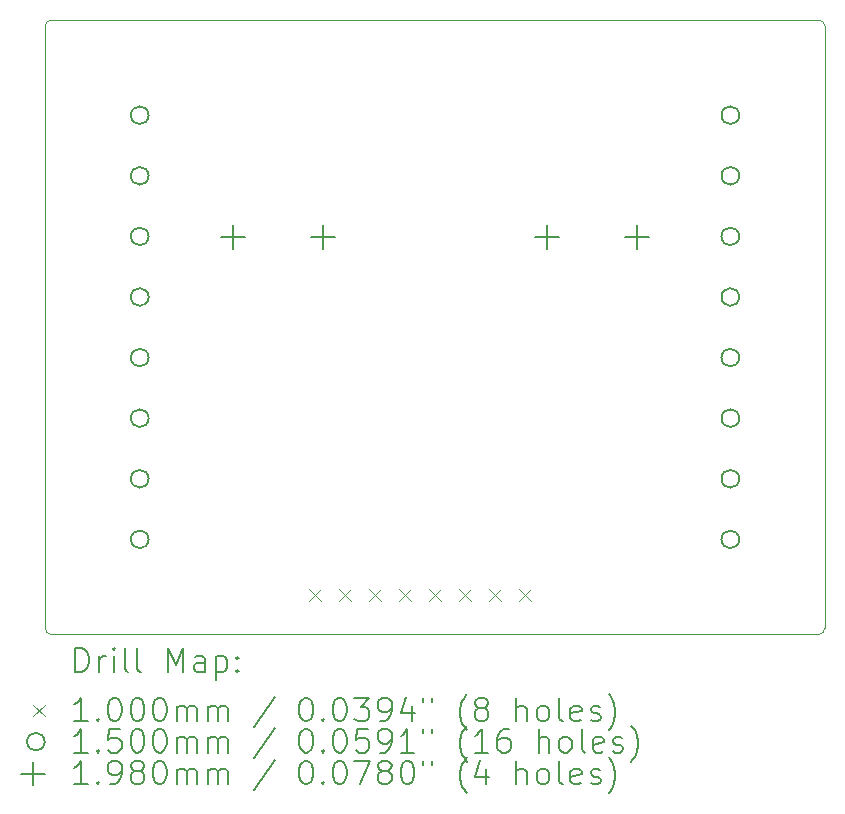
<source format=gbr>
%TF.GenerationSoftware,KiCad,Pcbnew,8.0.2*%
%TF.CreationDate,2024-05-30T20:37:47+12:00*%
%TF.ProjectId,PDP-FUSE,5044502d-4655-4534-952e-6b696361645f,rev?*%
%TF.SameCoordinates,Original*%
%TF.FileFunction,Drillmap*%
%TF.FilePolarity,Positive*%
%FSLAX45Y45*%
G04 Gerber Fmt 4.5, Leading zero omitted, Abs format (unit mm)*
G04 Created by KiCad (PCBNEW 8.0.2) date 2024-05-30 20:37:47*
%MOMM*%
%LPD*%
G01*
G04 APERTURE LIST*
%ADD10C,0.100000*%
%ADD11C,0.200000*%
%ADD12C,0.150000*%
%ADD13C,0.198000*%
G04 APERTURE END LIST*
D10*
X17150000Y-8400000D02*
G75*
G02*
X17200000Y-8450000I0J-50000D01*
G01*
X17200000Y-8450000D02*
X17200000Y-13550000D01*
X10650000Y-13600000D02*
G75*
G02*
X10600000Y-13550000I0J50000D01*
G01*
X17200000Y-13550000D02*
G75*
G02*
X17150000Y-13600000I-50000J0D01*
G01*
X10600000Y-13550000D02*
X10600000Y-8450000D01*
X10600000Y-8450000D02*
G75*
G02*
X10650000Y-8400000I50000J0D01*
G01*
X10650000Y-8400000D02*
X17150000Y-8400000D01*
X17150000Y-13600000D02*
X10650000Y-13600000D01*
D11*
D10*
X12834000Y-13219000D02*
X12934000Y-13319000D01*
X12934000Y-13219000D02*
X12834000Y-13319000D01*
X13088000Y-13219000D02*
X13188000Y-13319000D01*
X13188000Y-13219000D02*
X13088000Y-13319000D01*
X13342000Y-13219000D02*
X13442000Y-13319000D01*
X13442000Y-13219000D02*
X13342000Y-13319000D01*
X13596000Y-13219000D02*
X13696000Y-13319000D01*
X13696000Y-13219000D02*
X13596000Y-13319000D01*
X13850000Y-13219000D02*
X13950000Y-13319000D01*
X13950000Y-13219000D02*
X13850000Y-13319000D01*
X14104000Y-13219000D02*
X14204000Y-13319000D01*
X14204000Y-13219000D02*
X14104000Y-13319000D01*
X14358000Y-13219000D02*
X14458000Y-13319000D01*
X14458000Y-13219000D02*
X14358000Y-13319000D01*
X14612000Y-13219000D02*
X14712000Y-13319000D01*
X14712000Y-13219000D02*
X14612000Y-13319000D01*
D12*
X11475000Y-9204500D02*
G75*
G02*
X11325000Y-9204500I-75000J0D01*
G01*
X11325000Y-9204500D02*
G75*
G02*
X11475000Y-9204500I75000J0D01*
G01*
X11475000Y-9717500D02*
G75*
G02*
X11325000Y-9717500I-75000J0D01*
G01*
X11325000Y-9717500D02*
G75*
G02*
X11475000Y-9717500I75000J0D01*
G01*
X11475000Y-10230500D02*
G75*
G02*
X11325000Y-10230500I-75000J0D01*
G01*
X11325000Y-10230500D02*
G75*
G02*
X11475000Y-10230500I75000J0D01*
G01*
X11475000Y-10743500D02*
G75*
G02*
X11325000Y-10743500I-75000J0D01*
G01*
X11325000Y-10743500D02*
G75*
G02*
X11475000Y-10743500I75000J0D01*
G01*
X11475000Y-11256500D02*
G75*
G02*
X11325000Y-11256500I-75000J0D01*
G01*
X11325000Y-11256500D02*
G75*
G02*
X11475000Y-11256500I75000J0D01*
G01*
X11475000Y-11769500D02*
G75*
G02*
X11325000Y-11769500I-75000J0D01*
G01*
X11325000Y-11769500D02*
G75*
G02*
X11475000Y-11769500I75000J0D01*
G01*
X11475000Y-12282500D02*
G75*
G02*
X11325000Y-12282500I-75000J0D01*
G01*
X11325000Y-12282500D02*
G75*
G02*
X11475000Y-12282500I75000J0D01*
G01*
X11475000Y-12795500D02*
G75*
G02*
X11325000Y-12795500I-75000J0D01*
G01*
X11325000Y-12795500D02*
G75*
G02*
X11475000Y-12795500I75000J0D01*
G01*
X16475000Y-9204500D02*
G75*
G02*
X16325000Y-9204500I-75000J0D01*
G01*
X16325000Y-9204500D02*
G75*
G02*
X16475000Y-9204500I75000J0D01*
G01*
X16475000Y-9717500D02*
G75*
G02*
X16325000Y-9717500I-75000J0D01*
G01*
X16325000Y-9717500D02*
G75*
G02*
X16475000Y-9717500I75000J0D01*
G01*
X16475000Y-10230500D02*
G75*
G02*
X16325000Y-10230500I-75000J0D01*
G01*
X16325000Y-10230500D02*
G75*
G02*
X16475000Y-10230500I75000J0D01*
G01*
X16475000Y-10743500D02*
G75*
G02*
X16325000Y-10743500I-75000J0D01*
G01*
X16325000Y-10743500D02*
G75*
G02*
X16475000Y-10743500I75000J0D01*
G01*
X16475000Y-11256500D02*
G75*
G02*
X16325000Y-11256500I-75000J0D01*
G01*
X16325000Y-11256500D02*
G75*
G02*
X16475000Y-11256500I75000J0D01*
G01*
X16475000Y-11769500D02*
G75*
G02*
X16325000Y-11769500I-75000J0D01*
G01*
X16325000Y-11769500D02*
G75*
G02*
X16475000Y-11769500I75000J0D01*
G01*
X16475000Y-12282500D02*
G75*
G02*
X16325000Y-12282500I-75000J0D01*
G01*
X16325000Y-12282500D02*
G75*
G02*
X16475000Y-12282500I75000J0D01*
G01*
X16475000Y-12795500D02*
G75*
G02*
X16325000Y-12795500I-75000J0D01*
G01*
X16325000Y-12795500D02*
G75*
G02*
X16475000Y-12795500I75000J0D01*
G01*
D13*
X12189500Y-10137200D02*
X12189500Y-10335200D01*
X12090500Y-10236200D02*
X12288500Y-10236200D01*
X12951500Y-10137200D02*
X12951500Y-10335200D01*
X12852500Y-10236200D02*
X13050500Y-10236200D01*
X14848500Y-10137200D02*
X14848500Y-10335200D01*
X14749500Y-10236200D02*
X14947500Y-10236200D01*
X15610500Y-10137200D02*
X15610500Y-10335200D01*
X15511500Y-10236200D02*
X15709500Y-10236200D01*
D11*
X10855777Y-13916484D02*
X10855777Y-13716484D01*
X10855777Y-13716484D02*
X10903396Y-13716484D01*
X10903396Y-13716484D02*
X10931967Y-13726008D01*
X10931967Y-13726008D02*
X10951015Y-13745055D01*
X10951015Y-13745055D02*
X10960539Y-13764103D01*
X10960539Y-13764103D02*
X10970063Y-13802198D01*
X10970063Y-13802198D02*
X10970063Y-13830769D01*
X10970063Y-13830769D02*
X10960539Y-13868865D01*
X10960539Y-13868865D02*
X10951015Y-13887912D01*
X10951015Y-13887912D02*
X10931967Y-13906960D01*
X10931967Y-13906960D02*
X10903396Y-13916484D01*
X10903396Y-13916484D02*
X10855777Y-13916484D01*
X11055777Y-13916484D02*
X11055777Y-13783150D01*
X11055777Y-13821246D02*
X11065301Y-13802198D01*
X11065301Y-13802198D02*
X11074824Y-13792674D01*
X11074824Y-13792674D02*
X11093872Y-13783150D01*
X11093872Y-13783150D02*
X11112920Y-13783150D01*
X11179586Y-13916484D02*
X11179586Y-13783150D01*
X11179586Y-13716484D02*
X11170063Y-13726008D01*
X11170063Y-13726008D02*
X11179586Y-13735531D01*
X11179586Y-13735531D02*
X11189110Y-13726008D01*
X11189110Y-13726008D02*
X11179586Y-13716484D01*
X11179586Y-13716484D02*
X11179586Y-13735531D01*
X11303396Y-13916484D02*
X11284348Y-13906960D01*
X11284348Y-13906960D02*
X11274824Y-13887912D01*
X11274824Y-13887912D02*
X11274824Y-13716484D01*
X11408158Y-13916484D02*
X11389110Y-13906960D01*
X11389110Y-13906960D02*
X11379586Y-13887912D01*
X11379586Y-13887912D02*
X11379586Y-13716484D01*
X11636729Y-13916484D02*
X11636729Y-13716484D01*
X11636729Y-13716484D02*
X11703396Y-13859341D01*
X11703396Y-13859341D02*
X11770062Y-13716484D01*
X11770062Y-13716484D02*
X11770062Y-13916484D01*
X11951015Y-13916484D02*
X11951015Y-13811722D01*
X11951015Y-13811722D02*
X11941491Y-13792674D01*
X11941491Y-13792674D02*
X11922443Y-13783150D01*
X11922443Y-13783150D02*
X11884348Y-13783150D01*
X11884348Y-13783150D02*
X11865301Y-13792674D01*
X11951015Y-13906960D02*
X11931967Y-13916484D01*
X11931967Y-13916484D02*
X11884348Y-13916484D01*
X11884348Y-13916484D02*
X11865301Y-13906960D01*
X11865301Y-13906960D02*
X11855777Y-13887912D01*
X11855777Y-13887912D02*
X11855777Y-13868865D01*
X11855777Y-13868865D02*
X11865301Y-13849817D01*
X11865301Y-13849817D02*
X11884348Y-13840293D01*
X11884348Y-13840293D02*
X11931967Y-13840293D01*
X11931967Y-13840293D02*
X11951015Y-13830769D01*
X12046253Y-13783150D02*
X12046253Y-13983150D01*
X12046253Y-13792674D02*
X12065301Y-13783150D01*
X12065301Y-13783150D02*
X12103396Y-13783150D01*
X12103396Y-13783150D02*
X12122443Y-13792674D01*
X12122443Y-13792674D02*
X12131967Y-13802198D01*
X12131967Y-13802198D02*
X12141491Y-13821246D01*
X12141491Y-13821246D02*
X12141491Y-13878388D01*
X12141491Y-13878388D02*
X12131967Y-13897436D01*
X12131967Y-13897436D02*
X12122443Y-13906960D01*
X12122443Y-13906960D02*
X12103396Y-13916484D01*
X12103396Y-13916484D02*
X12065301Y-13916484D01*
X12065301Y-13916484D02*
X12046253Y-13906960D01*
X12227205Y-13897436D02*
X12236729Y-13906960D01*
X12236729Y-13906960D02*
X12227205Y-13916484D01*
X12227205Y-13916484D02*
X12217682Y-13906960D01*
X12217682Y-13906960D02*
X12227205Y-13897436D01*
X12227205Y-13897436D02*
X12227205Y-13916484D01*
X12227205Y-13792674D02*
X12236729Y-13802198D01*
X12236729Y-13802198D02*
X12227205Y-13811722D01*
X12227205Y-13811722D02*
X12217682Y-13802198D01*
X12217682Y-13802198D02*
X12227205Y-13792674D01*
X12227205Y-13792674D02*
X12227205Y-13811722D01*
D10*
X10495000Y-14195000D02*
X10595000Y-14295000D01*
X10595000Y-14195000D02*
X10495000Y-14295000D01*
D11*
X10960539Y-14336484D02*
X10846253Y-14336484D01*
X10903396Y-14336484D02*
X10903396Y-14136484D01*
X10903396Y-14136484D02*
X10884348Y-14165055D01*
X10884348Y-14165055D02*
X10865301Y-14184103D01*
X10865301Y-14184103D02*
X10846253Y-14193627D01*
X11046253Y-14317436D02*
X11055777Y-14326960D01*
X11055777Y-14326960D02*
X11046253Y-14336484D01*
X11046253Y-14336484D02*
X11036729Y-14326960D01*
X11036729Y-14326960D02*
X11046253Y-14317436D01*
X11046253Y-14317436D02*
X11046253Y-14336484D01*
X11179586Y-14136484D02*
X11198634Y-14136484D01*
X11198634Y-14136484D02*
X11217682Y-14146008D01*
X11217682Y-14146008D02*
X11227205Y-14155531D01*
X11227205Y-14155531D02*
X11236729Y-14174579D01*
X11236729Y-14174579D02*
X11246253Y-14212674D01*
X11246253Y-14212674D02*
X11246253Y-14260293D01*
X11246253Y-14260293D02*
X11236729Y-14298388D01*
X11236729Y-14298388D02*
X11227205Y-14317436D01*
X11227205Y-14317436D02*
X11217682Y-14326960D01*
X11217682Y-14326960D02*
X11198634Y-14336484D01*
X11198634Y-14336484D02*
X11179586Y-14336484D01*
X11179586Y-14336484D02*
X11160539Y-14326960D01*
X11160539Y-14326960D02*
X11151015Y-14317436D01*
X11151015Y-14317436D02*
X11141491Y-14298388D01*
X11141491Y-14298388D02*
X11131967Y-14260293D01*
X11131967Y-14260293D02*
X11131967Y-14212674D01*
X11131967Y-14212674D02*
X11141491Y-14174579D01*
X11141491Y-14174579D02*
X11151015Y-14155531D01*
X11151015Y-14155531D02*
X11160539Y-14146008D01*
X11160539Y-14146008D02*
X11179586Y-14136484D01*
X11370062Y-14136484D02*
X11389110Y-14136484D01*
X11389110Y-14136484D02*
X11408158Y-14146008D01*
X11408158Y-14146008D02*
X11417682Y-14155531D01*
X11417682Y-14155531D02*
X11427205Y-14174579D01*
X11427205Y-14174579D02*
X11436729Y-14212674D01*
X11436729Y-14212674D02*
X11436729Y-14260293D01*
X11436729Y-14260293D02*
X11427205Y-14298388D01*
X11427205Y-14298388D02*
X11417682Y-14317436D01*
X11417682Y-14317436D02*
X11408158Y-14326960D01*
X11408158Y-14326960D02*
X11389110Y-14336484D01*
X11389110Y-14336484D02*
X11370062Y-14336484D01*
X11370062Y-14336484D02*
X11351015Y-14326960D01*
X11351015Y-14326960D02*
X11341491Y-14317436D01*
X11341491Y-14317436D02*
X11331967Y-14298388D01*
X11331967Y-14298388D02*
X11322443Y-14260293D01*
X11322443Y-14260293D02*
X11322443Y-14212674D01*
X11322443Y-14212674D02*
X11331967Y-14174579D01*
X11331967Y-14174579D02*
X11341491Y-14155531D01*
X11341491Y-14155531D02*
X11351015Y-14146008D01*
X11351015Y-14146008D02*
X11370062Y-14136484D01*
X11560539Y-14136484D02*
X11579586Y-14136484D01*
X11579586Y-14136484D02*
X11598634Y-14146008D01*
X11598634Y-14146008D02*
X11608158Y-14155531D01*
X11608158Y-14155531D02*
X11617682Y-14174579D01*
X11617682Y-14174579D02*
X11627205Y-14212674D01*
X11627205Y-14212674D02*
X11627205Y-14260293D01*
X11627205Y-14260293D02*
X11617682Y-14298388D01*
X11617682Y-14298388D02*
X11608158Y-14317436D01*
X11608158Y-14317436D02*
X11598634Y-14326960D01*
X11598634Y-14326960D02*
X11579586Y-14336484D01*
X11579586Y-14336484D02*
X11560539Y-14336484D01*
X11560539Y-14336484D02*
X11541491Y-14326960D01*
X11541491Y-14326960D02*
X11531967Y-14317436D01*
X11531967Y-14317436D02*
X11522443Y-14298388D01*
X11522443Y-14298388D02*
X11512920Y-14260293D01*
X11512920Y-14260293D02*
X11512920Y-14212674D01*
X11512920Y-14212674D02*
X11522443Y-14174579D01*
X11522443Y-14174579D02*
X11531967Y-14155531D01*
X11531967Y-14155531D02*
X11541491Y-14146008D01*
X11541491Y-14146008D02*
X11560539Y-14136484D01*
X11712920Y-14336484D02*
X11712920Y-14203150D01*
X11712920Y-14222198D02*
X11722443Y-14212674D01*
X11722443Y-14212674D02*
X11741491Y-14203150D01*
X11741491Y-14203150D02*
X11770063Y-14203150D01*
X11770063Y-14203150D02*
X11789110Y-14212674D01*
X11789110Y-14212674D02*
X11798634Y-14231722D01*
X11798634Y-14231722D02*
X11798634Y-14336484D01*
X11798634Y-14231722D02*
X11808158Y-14212674D01*
X11808158Y-14212674D02*
X11827205Y-14203150D01*
X11827205Y-14203150D02*
X11855777Y-14203150D01*
X11855777Y-14203150D02*
X11874824Y-14212674D01*
X11874824Y-14212674D02*
X11884348Y-14231722D01*
X11884348Y-14231722D02*
X11884348Y-14336484D01*
X11979586Y-14336484D02*
X11979586Y-14203150D01*
X11979586Y-14222198D02*
X11989110Y-14212674D01*
X11989110Y-14212674D02*
X12008158Y-14203150D01*
X12008158Y-14203150D02*
X12036729Y-14203150D01*
X12036729Y-14203150D02*
X12055777Y-14212674D01*
X12055777Y-14212674D02*
X12065301Y-14231722D01*
X12065301Y-14231722D02*
X12065301Y-14336484D01*
X12065301Y-14231722D02*
X12074824Y-14212674D01*
X12074824Y-14212674D02*
X12093872Y-14203150D01*
X12093872Y-14203150D02*
X12122443Y-14203150D01*
X12122443Y-14203150D02*
X12141491Y-14212674D01*
X12141491Y-14212674D02*
X12151015Y-14231722D01*
X12151015Y-14231722D02*
X12151015Y-14336484D01*
X12541491Y-14126960D02*
X12370063Y-14384103D01*
X12798634Y-14136484D02*
X12817682Y-14136484D01*
X12817682Y-14136484D02*
X12836729Y-14146008D01*
X12836729Y-14146008D02*
X12846253Y-14155531D01*
X12846253Y-14155531D02*
X12855777Y-14174579D01*
X12855777Y-14174579D02*
X12865301Y-14212674D01*
X12865301Y-14212674D02*
X12865301Y-14260293D01*
X12865301Y-14260293D02*
X12855777Y-14298388D01*
X12855777Y-14298388D02*
X12846253Y-14317436D01*
X12846253Y-14317436D02*
X12836729Y-14326960D01*
X12836729Y-14326960D02*
X12817682Y-14336484D01*
X12817682Y-14336484D02*
X12798634Y-14336484D01*
X12798634Y-14336484D02*
X12779586Y-14326960D01*
X12779586Y-14326960D02*
X12770063Y-14317436D01*
X12770063Y-14317436D02*
X12760539Y-14298388D01*
X12760539Y-14298388D02*
X12751015Y-14260293D01*
X12751015Y-14260293D02*
X12751015Y-14212674D01*
X12751015Y-14212674D02*
X12760539Y-14174579D01*
X12760539Y-14174579D02*
X12770063Y-14155531D01*
X12770063Y-14155531D02*
X12779586Y-14146008D01*
X12779586Y-14146008D02*
X12798634Y-14136484D01*
X12951015Y-14317436D02*
X12960539Y-14326960D01*
X12960539Y-14326960D02*
X12951015Y-14336484D01*
X12951015Y-14336484D02*
X12941491Y-14326960D01*
X12941491Y-14326960D02*
X12951015Y-14317436D01*
X12951015Y-14317436D02*
X12951015Y-14336484D01*
X13084348Y-14136484D02*
X13103396Y-14136484D01*
X13103396Y-14136484D02*
X13122444Y-14146008D01*
X13122444Y-14146008D02*
X13131967Y-14155531D01*
X13131967Y-14155531D02*
X13141491Y-14174579D01*
X13141491Y-14174579D02*
X13151015Y-14212674D01*
X13151015Y-14212674D02*
X13151015Y-14260293D01*
X13151015Y-14260293D02*
X13141491Y-14298388D01*
X13141491Y-14298388D02*
X13131967Y-14317436D01*
X13131967Y-14317436D02*
X13122444Y-14326960D01*
X13122444Y-14326960D02*
X13103396Y-14336484D01*
X13103396Y-14336484D02*
X13084348Y-14336484D01*
X13084348Y-14336484D02*
X13065301Y-14326960D01*
X13065301Y-14326960D02*
X13055777Y-14317436D01*
X13055777Y-14317436D02*
X13046253Y-14298388D01*
X13046253Y-14298388D02*
X13036729Y-14260293D01*
X13036729Y-14260293D02*
X13036729Y-14212674D01*
X13036729Y-14212674D02*
X13046253Y-14174579D01*
X13046253Y-14174579D02*
X13055777Y-14155531D01*
X13055777Y-14155531D02*
X13065301Y-14146008D01*
X13065301Y-14146008D02*
X13084348Y-14136484D01*
X13217682Y-14136484D02*
X13341491Y-14136484D01*
X13341491Y-14136484D02*
X13274825Y-14212674D01*
X13274825Y-14212674D02*
X13303396Y-14212674D01*
X13303396Y-14212674D02*
X13322444Y-14222198D01*
X13322444Y-14222198D02*
X13331967Y-14231722D01*
X13331967Y-14231722D02*
X13341491Y-14250769D01*
X13341491Y-14250769D02*
X13341491Y-14298388D01*
X13341491Y-14298388D02*
X13331967Y-14317436D01*
X13331967Y-14317436D02*
X13322444Y-14326960D01*
X13322444Y-14326960D02*
X13303396Y-14336484D01*
X13303396Y-14336484D02*
X13246253Y-14336484D01*
X13246253Y-14336484D02*
X13227206Y-14326960D01*
X13227206Y-14326960D02*
X13217682Y-14317436D01*
X13436729Y-14336484D02*
X13474825Y-14336484D01*
X13474825Y-14336484D02*
X13493872Y-14326960D01*
X13493872Y-14326960D02*
X13503396Y-14317436D01*
X13503396Y-14317436D02*
X13522444Y-14288865D01*
X13522444Y-14288865D02*
X13531967Y-14250769D01*
X13531967Y-14250769D02*
X13531967Y-14174579D01*
X13531967Y-14174579D02*
X13522444Y-14155531D01*
X13522444Y-14155531D02*
X13512920Y-14146008D01*
X13512920Y-14146008D02*
X13493872Y-14136484D01*
X13493872Y-14136484D02*
X13455777Y-14136484D01*
X13455777Y-14136484D02*
X13436729Y-14146008D01*
X13436729Y-14146008D02*
X13427206Y-14155531D01*
X13427206Y-14155531D02*
X13417682Y-14174579D01*
X13417682Y-14174579D02*
X13417682Y-14222198D01*
X13417682Y-14222198D02*
X13427206Y-14241246D01*
X13427206Y-14241246D02*
X13436729Y-14250769D01*
X13436729Y-14250769D02*
X13455777Y-14260293D01*
X13455777Y-14260293D02*
X13493872Y-14260293D01*
X13493872Y-14260293D02*
X13512920Y-14250769D01*
X13512920Y-14250769D02*
X13522444Y-14241246D01*
X13522444Y-14241246D02*
X13531967Y-14222198D01*
X13703396Y-14203150D02*
X13703396Y-14336484D01*
X13655777Y-14126960D02*
X13608158Y-14269817D01*
X13608158Y-14269817D02*
X13731967Y-14269817D01*
X13798634Y-14136484D02*
X13798634Y-14174579D01*
X13874825Y-14136484D02*
X13874825Y-14174579D01*
X14170063Y-14412674D02*
X14160539Y-14403150D01*
X14160539Y-14403150D02*
X14141491Y-14374579D01*
X14141491Y-14374579D02*
X14131968Y-14355531D01*
X14131968Y-14355531D02*
X14122444Y-14326960D01*
X14122444Y-14326960D02*
X14112920Y-14279341D01*
X14112920Y-14279341D02*
X14112920Y-14241246D01*
X14112920Y-14241246D02*
X14122444Y-14193627D01*
X14122444Y-14193627D02*
X14131968Y-14165055D01*
X14131968Y-14165055D02*
X14141491Y-14146008D01*
X14141491Y-14146008D02*
X14160539Y-14117436D01*
X14160539Y-14117436D02*
X14170063Y-14107912D01*
X14274825Y-14222198D02*
X14255777Y-14212674D01*
X14255777Y-14212674D02*
X14246253Y-14203150D01*
X14246253Y-14203150D02*
X14236729Y-14184103D01*
X14236729Y-14184103D02*
X14236729Y-14174579D01*
X14236729Y-14174579D02*
X14246253Y-14155531D01*
X14246253Y-14155531D02*
X14255777Y-14146008D01*
X14255777Y-14146008D02*
X14274825Y-14136484D01*
X14274825Y-14136484D02*
X14312920Y-14136484D01*
X14312920Y-14136484D02*
X14331968Y-14146008D01*
X14331968Y-14146008D02*
X14341491Y-14155531D01*
X14341491Y-14155531D02*
X14351015Y-14174579D01*
X14351015Y-14174579D02*
X14351015Y-14184103D01*
X14351015Y-14184103D02*
X14341491Y-14203150D01*
X14341491Y-14203150D02*
X14331968Y-14212674D01*
X14331968Y-14212674D02*
X14312920Y-14222198D01*
X14312920Y-14222198D02*
X14274825Y-14222198D01*
X14274825Y-14222198D02*
X14255777Y-14231722D01*
X14255777Y-14231722D02*
X14246253Y-14241246D01*
X14246253Y-14241246D02*
X14236729Y-14260293D01*
X14236729Y-14260293D02*
X14236729Y-14298388D01*
X14236729Y-14298388D02*
X14246253Y-14317436D01*
X14246253Y-14317436D02*
X14255777Y-14326960D01*
X14255777Y-14326960D02*
X14274825Y-14336484D01*
X14274825Y-14336484D02*
X14312920Y-14336484D01*
X14312920Y-14336484D02*
X14331968Y-14326960D01*
X14331968Y-14326960D02*
X14341491Y-14317436D01*
X14341491Y-14317436D02*
X14351015Y-14298388D01*
X14351015Y-14298388D02*
X14351015Y-14260293D01*
X14351015Y-14260293D02*
X14341491Y-14241246D01*
X14341491Y-14241246D02*
X14331968Y-14231722D01*
X14331968Y-14231722D02*
X14312920Y-14222198D01*
X14589110Y-14336484D02*
X14589110Y-14136484D01*
X14674825Y-14336484D02*
X14674825Y-14231722D01*
X14674825Y-14231722D02*
X14665301Y-14212674D01*
X14665301Y-14212674D02*
X14646253Y-14203150D01*
X14646253Y-14203150D02*
X14617682Y-14203150D01*
X14617682Y-14203150D02*
X14598634Y-14212674D01*
X14598634Y-14212674D02*
X14589110Y-14222198D01*
X14798634Y-14336484D02*
X14779587Y-14326960D01*
X14779587Y-14326960D02*
X14770063Y-14317436D01*
X14770063Y-14317436D02*
X14760539Y-14298388D01*
X14760539Y-14298388D02*
X14760539Y-14241246D01*
X14760539Y-14241246D02*
X14770063Y-14222198D01*
X14770063Y-14222198D02*
X14779587Y-14212674D01*
X14779587Y-14212674D02*
X14798634Y-14203150D01*
X14798634Y-14203150D02*
X14827206Y-14203150D01*
X14827206Y-14203150D02*
X14846253Y-14212674D01*
X14846253Y-14212674D02*
X14855777Y-14222198D01*
X14855777Y-14222198D02*
X14865301Y-14241246D01*
X14865301Y-14241246D02*
X14865301Y-14298388D01*
X14865301Y-14298388D02*
X14855777Y-14317436D01*
X14855777Y-14317436D02*
X14846253Y-14326960D01*
X14846253Y-14326960D02*
X14827206Y-14336484D01*
X14827206Y-14336484D02*
X14798634Y-14336484D01*
X14979587Y-14336484D02*
X14960539Y-14326960D01*
X14960539Y-14326960D02*
X14951015Y-14307912D01*
X14951015Y-14307912D02*
X14951015Y-14136484D01*
X15131968Y-14326960D02*
X15112920Y-14336484D01*
X15112920Y-14336484D02*
X15074825Y-14336484D01*
X15074825Y-14336484D02*
X15055777Y-14326960D01*
X15055777Y-14326960D02*
X15046253Y-14307912D01*
X15046253Y-14307912D02*
X15046253Y-14231722D01*
X15046253Y-14231722D02*
X15055777Y-14212674D01*
X15055777Y-14212674D02*
X15074825Y-14203150D01*
X15074825Y-14203150D02*
X15112920Y-14203150D01*
X15112920Y-14203150D02*
X15131968Y-14212674D01*
X15131968Y-14212674D02*
X15141491Y-14231722D01*
X15141491Y-14231722D02*
X15141491Y-14250769D01*
X15141491Y-14250769D02*
X15046253Y-14269817D01*
X15217682Y-14326960D02*
X15236730Y-14336484D01*
X15236730Y-14336484D02*
X15274825Y-14336484D01*
X15274825Y-14336484D02*
X15293872Y-14326960D01*
X15293872Y-14326960D02*
X15303396Y-14307912D01*
X15303396Y-14307912D02*
X15303396Y-14298388D01*
X15303396Y-14298388D02*
X15293872Y-14279341D01*
X15293872Y-14279341D02*
X15274825Y-14269817D01*
X15274825Y-14269817D02*
X15246253Y-14269817D01*
X15246253Y-14269817D02*
X15227206Y-14260293D01*
X15227206Y-14260293D02*
X15217682Y-14241246D01*
X15217682Y-14241246D02*
X15217682Y-14231722D01*
X15217682Y-14231722D02*
X15227206Y-14212674D01*
X15227206Y-14212674D02*
X15246253Y-14203150D01*
X15246253Y-14203150D02*
X15274825Y-14203150D01*
X15274825Y-14203150D02*
X15293872Y-14212674D01*
X15370063Y-14412674D02*
X15379587Y-14403150D01*
X15379587Y-14403150D02*
X15398634Y-14374579D01*
X15398634Y-14374579D02*
X15408158Y-14355531D01*
X15408158Y-14355531D02*
X15417682Y-14326960D01*
X15417682Y-14326960D02*
X15427206Y-14279341D01*
X15427206Y-14279341D02*
X15427206Y-14241246D01*
X15427206Y-14241246D02*
X15417682Y-14193627D01*
X15417682Y-14193627D02*
X15408158Y-14165055D01*
X15408158Y-14165055D02*
X15398634Y-14146008D01*
X15398634Y-14146008D02*
X15379587Y-14117436D01*
X15379587Y-14117436D02*
X15370063Y-14107912D01*
D12*
X10595000Y-14509000D02*
G75*
G02*
X10445000Y-14509000I-75000J0D01*
G01*
X10445000Y-14509000D02*
G75*
G02*
X10595000Y-14509000I75000J0D01*
G01*
D11*
X10960539Y-14600484D02*
X10846253Y-14600484D01*
X10903396Y-14600484D02*
X10903396Y-14400484D01*
X10903396Y-14400484D02*
X10884348Y-14429055D01*
X10884348Y-14429055D02*
X10865301Y-14448103D01*
X10865301Y-14448103D02*
X10846253Y-14457627D01*
X11046253Y-14581436D02*
X11055777Y-14590960D01*
X11055777Y-14590960D02*
X11046253Y-14600484D01*
X11046253Y-14600484D02*
X11036729Y-14590960D01*
X11036729Y-14590960D02*
X11046253Y-14581436D01*
X11046253Y-14581436D02*
X11046253Y-14600484D01*
X11236729Y-14400484D02*
X11141491Y-14400484D01*
X11141491Y-14400484D02*
X11131967Y-14495722D01*
X11131967Y-14495722D02*
X11141491Y-14486198D01*
X11141491Y-14486198D02*
X11160539Y-14476674D01*
X11160539Y-14476674D02*
X11208158Y-14476674D01*
X11208158Y-14476674D02*
X11227205Y-14486198D01*
X11227205Y-14486198D02*
X11236729Y-14495722D01*
X11236729Y-14495722D02*
X11246253Y-14514769D01*
X11246253Y-14514769D02*
X11246253Y-14562388D01*
X11246253Y-14562388D02*
X11236729Y-14581436D01*
X11236729Y-14581436D02*
X11227205Y-14590960D01*
X11227205Y-14590960D02*
X11208158Y-14600484D01*
X11208158Y-14600484D02*
X11160539Y-14600484D01*
X11160539Y-14600484D02*
X11141491Y-14590960D01*
X11141491Y-14590960D02*
X11131967Y-14581436D01*
X11370062Y-14400484D02*
X11389110Y-14400484D01*
X11389110Y-14400484D02*
X11408158Y-14410008D01*
X11408158Y-14410008D02*
X11417682Y-14419531D01*
X11417682Y-14419531D02*
X11427205Y-14438579D01*
X11427205Y-14438579D02*
X11436729Y-14476674D01*
X11436729Y-14476674D02*
X11436729Y-14524293D01*
X11436729Y-14524293D02*
X11427205Y-14562388D01*
X11427205Y-14562388D02*
X11417682Y-14581436D01*
X11417682Y-14581436D02*
X11408158Y-14590960D01*
X11408158Y-14590960D02*
X11389110Y-14600484D01*
X11389110Y-14600484D02*
X11370062Y-14600484D01*
X11370062Y-14600484D02*
X11351015Y-14590960D01*
X11351015Y-14590960D02*
X11341491Y-14581436D01*
X11341491Y-14581436D02*
X11331967Y-14562388D01*
X11331967Y-14562388D02*
X11322443Y-14524293D01*
X11322443Y-14524293D02*
X11322443Y-14476674D01*
X11322443Y-14476674D02*
X11331967Y-14438579D01*
X11331967Y-14438579D02*
X11341491Y-14419531D01*
X11341491Y-14419531D02*
X11351015Y-14410008D01*
X11351015Y-14410008D02*
X11370062Y-14400484D01*
X11560539Y-14400484D02*
X11579586Y-14400484D01*
X11579586Y-14400484D02*
X11598634Y-14410008D01*
X11598634Y-14410008D02*
X11608158Y-14419531D01*
X11608158Y-14419531D02*
X11617682Y-14438579D01*
X11617682Y-14438579D02*
X11627205Y-14476674D01*
X11627205Y-14476674D02*
X11627205Y-14524293D01*
X11627205Y-14524293D02*
X11617682Y-14562388D01*
X11617682Y-14562388D02*
X11608158Y-14581436D01*
X11608158Y-14581436D02*
X11598634Y-14590960D01*
X11598634Y-14590960D02*
X11579586Y-14600484D01*
X11579586Y-14600484D02*
X11560539Y-14600484D01*
X11560539Y-14600484D02*
X11541491Y-14590960D01*
X11541491Y-14590960D02*
X11531967Y-14581436D01*
X11531967Y-14581436D02*
X11522443Y-14562388D01*
X11522443Y-14562388D02*
X11512920Y-14524293D01*
X11512920Y-14524293D02*
X11512920Y-14476674D01*
X11512920Y-14476674D02*
X11522443Y-14438579D01*
X11522443Y-14438579D02*
X11531967Y-14419531D01*
X11531967Y-14419531D02*
X11541491Y-14410008D01*
X11541491Y-14410008D02*
X11560539Y-14400484D01*
X11712920Y-14600484D02*
X11712920Y-14467150D01*
X11712920Y-14486198D02*
X11722443Y-14476674D01*
X11722443Y-14476674D02*
X11741491Y-14467150D01*
X11741491Y-14467150D02*
X11770063Y-14467150D01*
X11770063Y-14467150D02*
X11789110Y-14476674D01*
X11789110Y-14476674D02*
X11798634Y-14495722D01*
X11798634Y-14495722D02*
X11798634Y-14600484D01*
X11798634Y-14495722D02*
X11808158Y-14476674D01*
X11808158Y-14476674D02*
X11827205Y-14467150D01*
X11827205Y-14467150D02*
X11855777Y-14467150D01*
X11855777Y-14467150D02*
X11874824Y-14476674D01*
X11874824Y-14476674D02*
X11884348Y-14495722D01*
X11884348Y-14495722D02*
X11884348Y-14600484D01*
X11979586Y-14600484D02*
X11979586Y-14467150D01*
X11979586Y-14486198D02*
X11989110Y-14476674D01*
X11989110Y-14476674D02*
X12008158Y-14467150D01*
X12008158Y-14467150D02*
X12036729Y-14467150D01*
X12036729Y-14467150D02*
X12055777Y-14476674D01*
X12055777Y-14476674D02*
X12065301Y-14495722D01*
X12065301Y-14495722D02*
X12065301Y-14600484D01*
X12065301Y-14495722D02*
X12074824Y-14476674D01*
X12074824Y-14476674D02*
X12093872Y-14467150D01*
X12093872Y-14467150D02*
X12122443Y-14467150D01*
X12122443Y-14467150D02*
X12141491Y-14476674D01*
X12141491Y-14476674D02*
X12151015Y-14495722D01*
X12151015Y-14495722D02*
X12151015Y-14600484D01*
X12541491Y-14390960D02*
X12370063Y-14648103D01*
X12798634Y-14400484D02*
X12817682Y-14400484D01*
X12817682Y-14400484D02*
X12836729Y-14410008D01*
X12836729Y-14410008D02*
X12846253Y-14419531D01*
X12846253Y-14419531D02*
X12855777Y-14438579D01*
X12855777Y-14438579D02*
X12865301Y-14476674D01*
X12865301Y-14476674D02*
X12865301Y-14524293D01*
X12865301Y-14524293D02*
X12855777Y-14562388D01*
X12855777Y-14562388D02*
X12846253Y-14581436D01*
X12846253Y-14581436D02*
X12836729Y-14590960D01*
X12836729Y-14590960D02*
X12817682Y-14600484D01*
X12817682Y-14600484D02*
X12798634Y-14600484D01*
X12798634Y-14600484D02*
X12779586Y-14590960D01*
X12779586Y-14590960D02*
X12770063Y-14581436D01*
X12770063Y-14581436D02*
X12760539Y-14562388D01*
X12760539Y-14562388D02*
X12751015Y-14524293D01*
X12751015Y-14524293D02*
X12751015Y-14476674D01*
X12751015Y-14476674D02*
X12760539Y-14438579D01*
X12760539Y-14438579D02*
X12770063Y-14419531D01*
X12770063Y-14419531D02*
X12779586Y-14410008D01*
X12779586Y-14410008D02*
X12798634Y-14400484D01*
X12951015Y-14581436D02*
X12960539Y-14590960D01*
X12960539Y-14590960D02*
X12951015Y-14600484D01*
X12951015Y-14600484D02*
X12941491Y-14590960D01*
X12941491Y-14590960D02*
X12951015Y-14581436D01*
X12951015Y-14581436D02*
X12951015Y-14600484D01*
X13084348Y-14400484D02*
X13103396Y-14400484D01*
X13103396Y-14400484D02*
X13122444Y-14410008D01*
X13122444Y-14410008D02*
X13131967Y-14419531D01*
X13131967Y-14419531D02*
X13141491Y-14438579D01*
X13141491Y-14438579D02*
X13151015Y-14476674D01*
X13151015Y-14476674D02*
X13151015Y-14524293D01*
X13151015Y-14524293D02*
X13141491Y-14562388D01*
X13141491Y-14562388D02*
X13131967Y-14581436D01*
X13131967Y-14581436D02*
X13122444Y-14590960D01*
X13122444Y-14590960D02*
X13103396Y-14600484D01*
X13103396Y-14600484D02*
X13084348Y-14600484D01*
X13084348Y-14600484D02*
X13065301Y-14590960D01*
X13065301Y-14590960D02*
X13055777Y-14581436D01*
X13055777Y-14581436D02*
X13046253Y-14562388D01*
X13046253Y-14562388D02*
X13036729Y-14524293D01*
X13036729Y-14524293D02*
X13036729Y-14476674D01*
X13036729Y-14476674D02*
X13046253Y-14438579D01*
X13046253Y-14438579D02*
X13055777Y-14419531D01*
X13055777Y-14419531D02*
X13065301Y-14410008D01*
X13065301Y-14410008D02*
X13084348Y-14400484D01*
X13331967Y-14400484D02*
X13236729Y-14400484D01*
X13236729Y-14400484D02*
X13227206Y-14495722D01*
X13227206Y-14495722D02*
X13236729Y-14486198D01*
X13236729Y-14486198D02*
X13255777Y-14476674D01*
X13255777Y-14476674D02*
X13303396Y-14476674D01*
X13303396Y-14476674D02*
X13322444Y-14486198D01*
X13322444Y-14486198D02*
X13331967Y-14495722D01*
X13331967Y-14495722D02*
X13341491Y-14514769D01*
X13341491Y-14514769D02*
X13341491Y-14562388D01*
X13341491Y-14562388D02*
X13331967Y-14581436D01*
X13331967Y-14581436D02*
X13322444Y-14590960D01*
X13322444Y-14590960D02*
X13303396Y-14600484D01*
X13303396Y-14600484D02*
X13255777Y-14600484D01*
X13255777Y-14600484D02*
X13236729Y-14590960D01*
X13236729Y-14590960D02*
X13227206Y-14581436D01*
X13436729Y-14600484D02*
X13474825Y-14600484D01*
X13474825Y-14600484D02*
X13493872Y-14590960D01*
X13493872Y-14590960D02*
X13503396Y-14581436D01*
X13503396Y-14581436D02*
X13522444Y-14552865D01*
X13522444Y-14552865D02*
X13531967Y-14514769D01*
X13531967Y-14514769D02*
X13531967Y-14438579D01*
X13531967Y-14438579D02*
X13522444Y-14419531D01*
X13522444Y-14419531D02*
X13512920Y-14410008D01*
X13512920Y-14410008D02*
X13493872Y-14400484D01*
X13493872Y-14400484D02*
X13455777Y-14400484D01*
X13455777Y-14400484D02*
X13436729Y-14410008D01*
X13436729Y-14410008D02*
X13427206Y-14419531D01*
X13427206Y-14419531D02*
X13417682Y-14438579D01*
X13417682Y-14438579D02*
X13417682Y-14486198D01*
X13417682Y-14486198D02*
X13427206Y-14505246D01*
X13427206Y-14505246D02*
X13436729Y-14514769D01*
X13436729Y-14514769D02*
X13455777Y-14524293D01*
X13455777Y-14524293D02*
X13493872Y-14524293D01*
X13493872Y-14524293D02*
X13512920Y-14514769D01*
X13512920Y-14514769D02*
X13522444Y-14505246D01*
X13522444Y-14505246D02*
X13531967Y-14486198D01*
X13722444Y-14600484D02*
X13608158Y-14600484D01*
X13665301Y-14600484D02*
X13665301Y-14400484D01*
X13665301Y-14400484D02*
X13646253Y-14429055D01*
X13646253Y-14429055D02*
X13627206Y-14448103D01*
X13627206Y-14448103D02*
X13608158Y-14457627D01*
X13798634Y-14400484D02*
X13798634Y-14438579D01*
X13874825Y-14400484D02*
X13874825Y-14438579D01*
X14170063Y-14676674D02*
X14160539Y-14667150D01*
X14160539Y-14667150D02*
X14141491Y-14638579D01*
X14141491Y-14638579D02*
X14131968Y-14619531D01*
X14131968Y-14619531D02*
X14122444Y-14590960D01*
X14122444Y-14590960D02*
X14112920Y-14543341D01*
X14112920Y-14543341D02*
X14112920Y-14505246D01*
X14112920Y-14505246D02*
X14122444Y-14457627D01*
X14122444Y-14457627D02*
X14131968Y-14429055D01*
X14131968Y-14429055D02*
X14141491Y-14410008D01*
X14141491Y-14410008D02*
X14160539Y-14381436D01*
X14160539Y-14381436D02*
X14170063Y-14371912D01*
X14351015Y-14600484D02*
X14236729Y-14600484D01*
X14293872Y-14600484D02*
X14293872Y-14400484D01*
X14293872Y-14400484D02*
X14274825Y-14429055D01*
X14274825Y-14429055D02*
X14255777Y-14448103D01*
X14255777Y-14448103D02*
X14236729Y-14457627D01*
X14522444Y-14400484D02*
X14484348Y-14400484D01*
X14484348Y-14400484D02*
X14465301Y-14410008D01*
X14465301Y-14410008D02*
X14455777Y-14419531D01*
X14455777Y-14419531D02*
X14436729Y-14448103D01*
X14436729Y-14448103D02*
X14427206Y-14486198D01*
X14427206Y-14486198D02*
X14427206Y-14562388D01*
X14427206Y-14562388D02*
X14436729Y-14581436D01*
X14436729Y-14581436D02*
X14446253Y-14590960D01*
X14446253Y-14590960D02*
X14465301Y-14600484D01*
X14465301Y-14600484D02*
X14503396Y-14600484D01*
X14503396Y-14600484D02*
X14522444Y-14590960D01*
X14522444Y-14590960D02*
X14531968Y-14581436D01*
X14531968Y-14581436D02*
X14541491Y-14562388D01*
X14541491Y-14562388D02*
X14541491Y-14514769D01*
X14541491Y-14514769D02*
X14531968Y-14495722D01*
X14531968Y-14495722D02*
X14522444Y-14486198D01*
X14522444Y-14486198D02*
X14503396Y-14476674D01*
X14503396Y-14476674D02*
X14465301Y-14476674D01*
X14465301Y-14476674D02*
X14446253Y-14486198D01*
X14446253Y-14486198D02*
X14436729Y-14495722D01*
X14436729Y-14495722D02*
X14427206Y-14514769D01*
X14779587Y-14600484D02*
X14779587Y-14400484D01*
X14865301Y-14600484D02*
X14865301Y-14495722D01*
X14865301Y-14495722D02*
X14855777Y-14476674D01*
X14855777Y-14476674D02*
X14836730Y-14467150D01*
X14836730Y-14467150D02*
X14808158Y-14467150D01*
X14808158Y-14467150D02*
X14789110Y-14476674D01*
X14789110Y-14476674D02*
X14779587Y-14486198D01*
X14989110Y-14600484D02*
X14970063Y-14590960D01*
X14970063Y-14590960D02*
X14960539Y-14581436D01*
X14960539Y-14581436D02*
X14951015Y-14562388D01*
X14951015Y-14562388D02*
X14951015Y-14505246D01*
X14951015Y-14505246D02*
X14960539Y-14486198D01*
X14960539Y-14486198D02*
X14970063Y-14476674D01*
X14970063Y-14476674D02*
X14989110Y-14467150D01*
X14989110Y-14467150D02*
X15017682Y-14467150D01*
X15017682Y-14467150D02*
X15036730Y-14476674D01*
X15036730Y-14476674D02*
X15046253Y-14486198D01*
X15046253Y-14486198D02*
X15055777Y-14505246D01*
X15055777Y-14505246D02*
X15055777Y-14562388D01*
X15055777Y-14562388D02*
X15046253Y-14581436D01*
X15046253Y-14581436D02*
X15036730Y-14590960D01*
X15036730Y-14590960D02*
X15017682Y-14600484D01*
X15017682Y-14600484D02*
X14989110Y-14600484D01*
X15170063Y-14600484D02*
X15151015Y-14590960D01*
X15151015Y-14590960D02*
X15141491Y-14571912D01*
X15141491Y-14571912D02*
X15141491Y-14400484D01*
X15322444Y-14590960D02*
X15303396Y-14600484D01*
X15303396Y-14600484D02*
X15265301Y-14600484D01*
X15265301Y-14600484D02*
X15246253Y-14590960D01*
X15246253Y-14590960D02*
X15236730Y-14571912D01*
X15236730Y-14571912D02*
X15236730Y-14495722D01*
X15236730Y-14495722D02*
X15246253Y-14476674D01*
X15246253Y-14476674D02*
X15265301Y-14467150D01*
X15265301Y-14467150D02*
X15303396Y-14467150D01*
X15303396Y-14467150D02*
X15322444Y-14476674D01*
X15322444Y-14476674D02*
X15331968Y-14495722D01*
X15331968Y-14495722D02*
X15331968Y-14514769D01*
X15331968Y-14514769D02*
X15236730Y-14533817D01*
X15408158Y-14590960D02*
X15427206Y-14600484D01*
X15427206Y-14600484D02*
X15465301Y-14600484D01*
X15465301Y-14600484D02*
X15484349Y-14590960D01*
X15484349Y-14590960D02*
X15493872Y-14571912D01*
X15493872Y-14571912D02*
X15493872Y-14562388D01*
X15493872Y-14562388D02*
X15484349Y-14543341D01*
X15484349Y-14543341D02*
X15465301Y-14533817D01*
X15465301Y-14533817D02*
X15436730Y-14533817D01*
X15436730Y-14533817D02*
X15417682Y-14524293D01*
X15417682Y-14524293D02*
X15408158Y-14505246D01*
X15408158Y-14505246D02*
X15408158Y-14495722D01*
X15408158Y-14495722D02*
X15417682Y-14476674D01*
X15417682Y-14476674D02*
X15436730Y-14467150D01*
X15436730Y-14467150D02*
X15465301Y-14467150D01*
X15465301Y-14467150D02*
X15484349Y-14476674D01*
X15560539Y-14676674D02*
X15570063Y-14667150D01*
X15570063Y-14667150D02*
X15589111Y-14638579D01*
X15589111Y-14638579D02*
X15598634Y-14619531D01*
X15598634Y-14619531D02*
X15608158Y-14590960D01*
X15608158Y-14590960D02*
X15617682Y-14543341D01*
X15617682Y-14543341D02*
X15617682Y-14505246D01*
X15617682Y-14505246D02*
X15608158Y-14457627D01*
X15608158Y-14457627D02*
X15598634Y-14429055D01*
X15598634Y-14429055D02*
X15589111Y-14410008D01*
X15589111Y-14410008D02*
X15570063Y-14381436D01*
X15570063Y-14381436D02*
X15560539Y-14371912D01*
D13*
X10496000Y-14680000D02*
X10496000Y-14878000D01*
X10397000Y-14779000D02*
X10595000Y-14779000D01*
D11*
X10960539Y-14870484D02*
X10846253Y-14870484D01*
X10903396Y-14870484D02*
X10903396Y-14670484D01*
X10903396Y-14670484D02*
X10884348Y-14699055D01*
X10884348Y-14699055D02*
X10865301Y-14718103D01*
X10865301Y-14718103D02*
X10846253Y-14727627D01*
X11046253Y-14851436D02*
X11055777Y-14860960D01*
X11055777Y-14860960D02*
X11046253Y-14870484D01*
X11046253Y-14870484D02*
X11036729Y-14860960D01*
X11036729Y-14860960D02*
X11046253Y-14851436D01*
X11046253Y-14851436D02*
X11046253Y-14870484D01*
X11151015Y-14870484D02*
X11189110Y-14870484D01*
X11189110Y-14870484D02*
X11208158Y-14860960D01*
X11208158Y-14860960D02*
X11217682Y-14851436D01*
X11217682Y-14851436D02*
X11236729Y-14822865D01*
X11236729Y-14822865D02*
X11246253Y-14784769D01*
X11246253Y-14784769D02*
X11246253Y-14708579D01*
X11246253Y-14708579D02*
X11236729Y-14689531D01*
X11236729Y-14689531D02*
X11227205Y-14680008D01*
X11227205Y-14680008D02*
X11208158Y-14670484D01*
X11208158Y-14670484D02*
X11170063Y-14670484D01*
X11170063Y-14670484D02*
X11151015Y-14680008D01*
X11151015Y-14680008D02*
X11141491Y-14689531D01*
X11141491Y-14689531D02*
X11131967Y-14708579D01*
X11131967Y-14708579D02*
X11131967Y-14756198D01*
X11131967Y-14756198D02*
X11141491Y-14775246D01*
X11141491Y-14775246D02*
X11151015Y-14784769D01*
X11151015Y-14784769D02*
X11170063Y-14794293D01*
X11170063Y-14794293D02*
X11208158Y-14794293D01*
X11208158Y-14794293D02*
X11227205Y-14784769D01*
X11227205Y-14784769D02*
X11236729Y-14775246D01*
X11236729Y-14775246D02*
X11246253Y-14756198D01*
X11360539Y-14756198D02*
X11341491Y-14746674D01*
X11341491Y-14746674D02*
X11331967Y-14737150D01*
X11331967Y-14737150D02*
X11322443Y-14718103D01*
X11322443Y-14718103D02*
X11322443Y-14708579D01*
X11322443Y-14708579D02*
X11331967Y-14689531D01*
X11331967Y-14689531D02*
X11341491Y-14680008D01*
X11341491Y-14680008D02*
X11360539Y-14670484D01*
X11360539Y-14670484D02*
X11398634Y-14670484D01*
X11398634Y-14670484D02*
X11417682Y-14680008D01*
X11417682Y-14680008D02*
X11427205Y-14689531D01*
X11427205Y-14689531D02*
X11436729Y-14708579D01*
X11436729Y-14708579D02*
X11436729Y-14718103D01*
X11436729Y-14718103D02*
X11427205Y-14737150D01*
X11427205Y-14737150D02*
X11417682Y-14746674D01*
X11417682Y-14746674D02*
X11398634Y-14756198D01*
X11398634Y-14756198D02*
X11360539Y-14756198D01*
X11360539Y-14756198D02*
X11341491Y-14765722D01*
X11341491Y-14765722D02*
X11331967Y-14775246D01*
X11331967Y-14775246D02*
X11322443Y-14794293D01*
X11322443Y-14794293D02*
X11322443Y-14832388D01*
X11322443Y-14832388D02*
X11331967Y-14851436D01*
X11331967Y-14851436D02*
X11341491Y-14860960D01*
X11341491Y-14860960D02*
X11360539Y-14870484D01*
X11360539Y-14870484D02*
X11398634Y-14870484D01*
X11398634Y-14870484D02*
X11417682Y-14860960D01*
X11417682Y-14860960D02*
X11427205Y-14851436D01*
X11427205Y-14851436D02*
X11436729Y-14832388D01*
X11436729Y-14832388D02*
X11436729Y-14794293D01*
X11436729Y-14794293D02*
X11427205Y-14775246D01*
X11427205Y-14775246D02*
X11417682Y-14765722D01*
X11417682Y-14765722D02*
X11398634Y-14756198D01*
X11560539Y-14670484D02*
X11579586Y-14670484D01*
X11579586Y-14670484D02*
X11598634Y-14680008D01*
X11598634Y-14680008D02*
X11608158Y-14689531D01*
X11608158Y-14689531D02*
X11617682Y-14708579D01*
X11617682Y-14708579D02*
X11627205Y-14746674D01*
X11627205Y-14746674D02*
X11627205Y-14794293D01*
X11627205Y-14794293D02*
X11617682Y-14832388D01*
X11617682Y-14832388D02*
X11608158Y-14851436D01*
X11608158Y-14851436D02*
X11598634Y-14860960D01*
X11598634Y-14860960D02*
X11579586Y-14870484D01*
X11579586Y-14870484D02*
X11560539Y-14870484D01*
X11560539Y-14870484D02*
X11541491Y-14860960D01*
X11541491Y-14860960D02*
X11531967Y-14851436D01*
X11531967Y-14851436D02*
X11522443Y-14832388D01*
X11522443Y-14832388D02*
X11512920Y-14794293D01*
X11512920Y-14794293D02*
X11512920Y-14746674D01*
X11512920Y-14746674D02*
X11522443Y-14708579D01*
X11522443Y-14708579D02*
X11531967Y-14689531D01*
X11531967Y-14689531D02*
X11541491Y-14680008D01*
X11541491Y-14680008D02*
X11560539Y-14670484D01*
X11712920Y-14870484D02*
X11712920Y-14737150D01*
X11712920Y-14756198D02*
X11722443Y-14746674D01*
X11722443Y-14746674D02*
X11741491Y-14737150D01*
X11741491Y-14737150D02*
X11770063Y-14737150D01*
X11770063Y-14737150D02*
X11789110Y-14746674D01*
X11789110Y-14746674D02*
X11798634Y-14765722D01*
X11798634Y-14765722D02*
X11798634Y-14870484D01*
X11798634Y-14765722D02*
X11808158Y-14746674D01*
X11808158Y-14746674D02*
X11827205Y-14737150D01*
X11827205Y-14737150D02*
X11855777Y-14737150D01*
X11855777Y-14737150D02*
X11874824Y-14746674D01*
X11874824Y-14746674D02*
X11884348Y-14765722D01*
X11884348Y-14765722D02*
X11884348Y-14870484D01*
X11979586Y-14870484D02*
X11979586Y-14737150D01*
X11979586Y-14756198D02*
X11989110Y-14746674D01*
X11989110Y-14746674D02*
X12008158Y-14737150D01*
X12008158Y-14737150D02*
X12036729Y-14737150D01*
X12036729Y-14737150D02*
X12055777Y-14746674D01*
X12055777Y-14746674D02*
X12065301Y-14765722D01*
X12065301Y-14765722D02*
X12065301Y-14870484D01*
X12065301Y-14765722D02*
X12074824Y-14746674D01*
X12074824Y-14746674D02*
X12093872Y-14737150D01*
X12093872Y-14737150D02*
X12122443Y-14737150D01*
X12122443Y-14737150D02*
X12141491Y-14746674D01*
X12141491Y-14746674D02*
X12151015Y-14765722D01*
X12151015Y-14765722D02*
X12151015Y-14870484D01*
X12541491Y-14660960D02*
X12370063Y-14918103D01*
X12798634Y-14670484D02*
X12817682Y-14670484D01*
X12817682Y-14670484D02*
X12836729Y-14680008D01*
X12836729Y-14680008D02*
X12846253Y-14689531D01*
X12846253Y-14689531D02*
X12855777Y-14708579D01*
X12855777Y-14708579D02*
X12865301Y-14746674D01*
X12865301Y-14746674D02*
X12865301Y-14794293D01*
X12865301Y-14794293D02*
X12855777Y-14832388D01*
X12855777Y-14832388D02*
X12846253Y-14851436D01*
X12846253Y-14851436D02*
X12836729Y-14860960D01*
X12836729Y-14860960D02*
X12817682Y-14870484D01*
X12817682Y-14870484D02*
X12798634Y-14870484D01*
X12798634Y-14870484D02*
X12779586Y-14860960D01*
X12779586Y-14860960D02*
X12770063Y-14851436D01*
X12770063Y-14851436D02*
X12760539Y-14832388D01*
X12760539Y-14832388D02*
X12751015Y-14794293D01*
X12751015Y-14794293D02*
X12751015Y-14746674D01*
X12751015Y-14746674D02*
X12760539Y-14708579D01*
X12760539Y-14708579D02*
X12770063Y-14689531D01*
X12770063Y-14689531D02*
X12779586Y-14680008D01*
X12779586Y-14680008D02*
X12798634Y-14670484D01*
X12951015Y-14851436D02*
X12960539Y-14860960D01*
X12960539Y-14860960D02*
X12951015Y-14870484D01*
X12951015Y-14870484D02*
X12941491Y-14860960D01*
X12941491Y-14860960D02*
X12951015Y-14851436D01*
X12951015Y-14851436D02*
X12951015Y-14870484D01*
X13084348Y-14670484D02*
X13103396Y-14670484D01*
X13103396Y-14670484D02*
X13122444Y-14680008D01*
X13122444Y-14680008D02*
X13131967Y-14689531D01*
X13131967Y-14689531D02*
X13141491Y-14708579D01*
X13141491Y-14708579D02*
X13151015Y-14746674D01*
X13151015Y-14746674D02*
X13151015Y-14794293D01*
X13151015Y-14794293D02*
X13141491Y-14832388D01*
X13141491Y-14832388D02*
X13131967Y-14851436D01*
X13131967Y-14851436D02*
X13122444Y-14860960D01*
X13122444Y-14860960D02*
X13103396Y-14870484D01*
X13103396Y-14870484D02*
X13084348Y-14870484D01*
X13084348Y-14870484D02*
X13065301Y-14860960D01*
X13065301Y-14860960D02*
X13055777Y-14851436D01*
X13055777Y-14851436D02*
X13046253Y-14832388D01*
X13046253Y-14832388D02*
X13036729Y-14794293D01*
X13036729Y-14794293D02*
X13036729Y-14746674D01*
X13036729Y-14746674D02*
X13046253Y-14708579D01*
X13046253Y-14708579D02*
X13055777Y-14689531D01*
X13055777Y-14689531D02*
X13065301Y-14680008D01*
X13065301Y-14680008D02*
X13084348Y-14670484D01*
X13217682Y-14670484D02*
X13351015Y-14670484D01*
X13351015Y-14670484D02*
X13265301Y-14870484D01*
X13455777Y-14756198D02*
X13436729Y-14746674D01*
X13436729Y-14746674D02*
X13427206Y-14737150D01*
X13427206Y-14737150D02*
X13417682Y-14718103D01*
X13417682Y-14718103D02*
X13417682Y-14708579D01*
X13417682Y-14708579D02*
X13427206Y-14689531D01*
X13427206Y-14689531D02*
X13436729Y-14680008D01*
X13436729Y-14680008D02*
X13455777Y-14670484D01*
X13455777Y-14670484D02*
X13493872Y-14670484D01*
X13493872Y-14670484D02*
X13512920Y-14680008D01*
X13512920Y-14680008D02*
X13522444Y-14689531D01*
X13522444Y-14689531D02*
X13531967Y-14708579D01*
X13531967Y-14708579D02*
X13531967Y-14718103D01*
X13531967Y-14718103D02*
X13522444Y-14737150D01*
X13522444Y-14737150D02*
X13512920Y-14746674D01*
X13512920Y-14746674D02*
X13493872Y-14756198D01*
X13493872Y-14756198D02*
X13455777Y-14756198D01*
X13455777Y-14756198D02*
X13436729Y-14765722D01*
X13436729Y-14765722D02*
X13427206Y-14775246D01*
X13427206Y-14775246D02*
X13417682Y-14794293D01*
X13417682Y-14794293D02*
X13417682Y-14832388D01*
X13417682Y-14832388D02*
X13427206Y-14851436D01*
X13427206Y-14851436D02*
X13436729Y-14860960D01*
X13436729Y-14860960D02*
X13455777Y-14870484D01*
X13455777Y-14870484D02*
X13493872Y-14870484D01*
X13493872Y-14870484D02*
X13512920Y-14860960D01*
X13512920Y-14860960D02*
X13522444Y-14851436D01*
X13522444Y-14851436D02*
X13531967Y-14832388D01*
X13531967Y-14832388D02*
X13531967Y-14794293D01*
X13531967Y-14794293D02*
X13522444Y-14775246D01*
X13522444Y-14775246D02*
X13512920Y-14765722D01*
X13512920Y-14765722D02*
X13493872Y-14756198D01*
X13655777Y-14670484D02*
X13674825Y-14670484D01*
X13674825Y-14670484D02*
X13693872Y-14680008D01*
X13693872Y-14680008D02*
X13703396Y-14689531D01*
X13703396Y-14689531D02*
X13712920Y-14708579D01*
X13712920Y-14708579D02*
X13722444Y-14746674D01*
X13722444Y-14746674D02*
X13722444Y-14794293D01*
X13722444Y-14794293D02*
X13712920Y-14832388D01*
X13712920Y-14832388D02*
X13703396Y-14851436D01*
X13703396Y-14851436D02*
X13693872Y-14860960D01*
X13693872Y-14860960D02*
X13674825Y-14870484D01*
X13674825Y-14870484D02*
X13655777Y-14870484D01*
X13655777Y-14870484D02*
X13636729Y-14860960D01*
X13636729Y-14860960D02*
X13627206Y-14851436D01*
X13627206Y-14851436D02*
X13617682Y-14832388D01*
X13617682Y-14832388D02*
X13608158Y-14794293D01*
X13608158Y-14794293D02*
X13608158Y-14746674D01*
X13608158Y-14746674D02*
X13617682Y-14708579D01*
X13617682Y-14708579D02*
X13627206Y-14689531D01*
X13627206Y-14689531D02*
X13636729Y-14680008D01*
X13636729Y-14680008D02*
X13655777Y-14670484D01*
X13798634Y-14670484D02*
X13798634Y-14708579D01*
X13874825Y-14670484D02*
X13874825Y-14708579D01*
X14170063Y-14946674D02*
X14160539Y-14937150D01*
X14160539Y-14937150D02*
X14141491Y-14908579D01*
X14141491Y-14908579D02*
X14131968Y-14889531D01*
X14131968Y-14889531D02*
X14122444Y-14860960D01*
X14122444Y-14860960D02*
X14112920Y-14813341D01*
X14112920Y-14813341D02*
X14112920Y-14775246D01*
X14112920Y-14775246D02*
X14122444Y-14727627D01*
X14122444Y-14727627D02*
X14131968Y-14699055D01*
X14131968Y-14699055D02*
X14141491Y-14680008D01*
X14141491Y-14680008D02*
X14160539Y-14651436D01*
X14160539Y-14651436D02*
X14170063Y-14641912D01*
X14331968Y-14737150D02*
X14331968Y-14870484D01*
X14284348Y-14660960D02*
X14236729Y-14803817D01*
X14236729Y-14803817D02*
X14360539Y-14803817D01*
X14589110Y-14870484D02*
X14589110Y-14670484D01*
X14674825Y-14870484D02*
X14674825Y-14765722D01*
X14674825Y-14765722D02*
X14665301Y-14746674D01*
X14665301Y-14746674D02*
X14646253Y-14737150D01*
X14646253Y-14737150D02*
X14617682Y-14737150D01*
X14617682Y-14737150D02*
X14598634Y-14746674D01*
X14598634Y-14746674D02*
X14589110Y-14756198D01*
X14798634Y-14870484D02*
X14779587Y-14860960D01*
X14779587Y-14860960D02*
X14770063Y-14851436D01*
X14770063Y-14851436D02*
X14760539Y-14832388D01*
X14760539Y-14832388D02*
X14760539Y-14775246D01*
X14760539Y-14775246D02*
X14770063Y-14756198D01*
X14770063Y-14756198D02*
X14779587Y-14746674D01*
X14779587Y-14746674D02*
X14798634Y-14737150D01*
X14798634Y-14737150D02*
X14827206Y-14737150D01*
X14827206Y-14737150D02*
X14846253Y-14746674D01*
X14846253Y-14746674D02*
X14855777Y-14756198D01*
X14855777Y-14756198D02*
X14865301Y-14775246D01*
X14865301Y-14775246D02*
X14865301Y-14832388D01*
X14865301Y-14832388D02*
X14855777Y-14851436D01*
X14855777Y-14851436D02*
X14846253Y-14860960D01*
X14846253Y-14860960D02*
X14827206Y-14870484D01*
X14827206Y-14870484D02*
X14798634Y-14870484D01*
X14979587Y-14870484D02*
X14960539Y-14860960D01*
X14960539Y-14860960D02*
X14951015Y-14841912D01*
X14951015Y-14841912D02*
X14951015Y-14670484D01*
X15131968Y-14860960D02*
X15112920Y-14870484D01*
X15112920Y-14870484D02*
X15074825Y-14870484D01*
X15074825Y-14870484D02*
X15055777Y-14860960D01*
X15055777Y-14860960D02*
X15046253Y-14841912D01*
X15046253Y-14841912D02*
X15046253Y-14765722D01*
X15046253Y-14765722D02*
X15055777Y-14746674D01*
X15055777Y-14746674D02*
X15074825Y-14737150D01*
X15074825Y-14737150D02*
X15112920Y-14737150D01*
X15112920Y-14737150D02*
X15131968Y-14746674D01*
X15131968Y-14746674D02*
X15141491Y-14765722D01*
X15141491Y-14765722D02*
X15141491Y-14784769D01*
X15141491Y-14784769D02*
X15046253Y-14803817D01*
X15217682Y-14860960D02*
X15236730Y-14870484D01*
X15236730Y-14870484D02*
X15274825Y-14870484D01*
X15274825Y-14870484D02*
X15293872Y-14860960D01*
X15293872Y-14860960D02*
X15303396Y-14841912D01*
X15303396Y-14841912D02*
X15303396Y-14832388D01*
X15303396Y-14832388D02*
X15293872Y-14813341D01*
X15293872Y-14813341D02*
X15274825Y-14803817D01*
X15274825Y-14803817D02*
X15246253Y-14803817D01*
X15246253Y-14803817D02*
X15227206Y-14794293D01*
X15227206Y-14794293D02*
X15217682Y-14775246D01*
X15217682Y-14775246D02*
X15217682Y-14765722D01*
X15217682Y-14765722D02*
X15227206Y-14746674D01*
X15227206Y-14746674D02*
X15246253Y-14737150D01*
X15246253Y-14737150D02*
X15274825Y-14737150D01*
X15274825Y-14737150D02*
X15293872Y-14746674D01*
X15370063Y-14946674D02*
X15379587Y-14937150D01*
X15379587Y-14937150D02*
X15398634Y-14908579D01*
X15398634Y-14908579D02*
X15408158Y-14889531D01*
X15408158Y-14889531D02*
X15417682Y-14860960D01*
X15417682Y-14860960D02*
X15427206Y-14813341D01*
X15427206Y-14813341D02*
X15427206Y-14775246D01*
X15427206Y-14775246D02*
X15417682Y-14727627D01*
X15417682Y-14727627D02*
X15408158Y-14699055D01*
X15408158Y-14699055D02*
X15398634Y-14680008D01*
X15398634Y-14680008D02*
X15379587Y-14651436D01*
X15379587Y-14651436D02*
X15370063Y-14641912D01*
M02*

</source>
